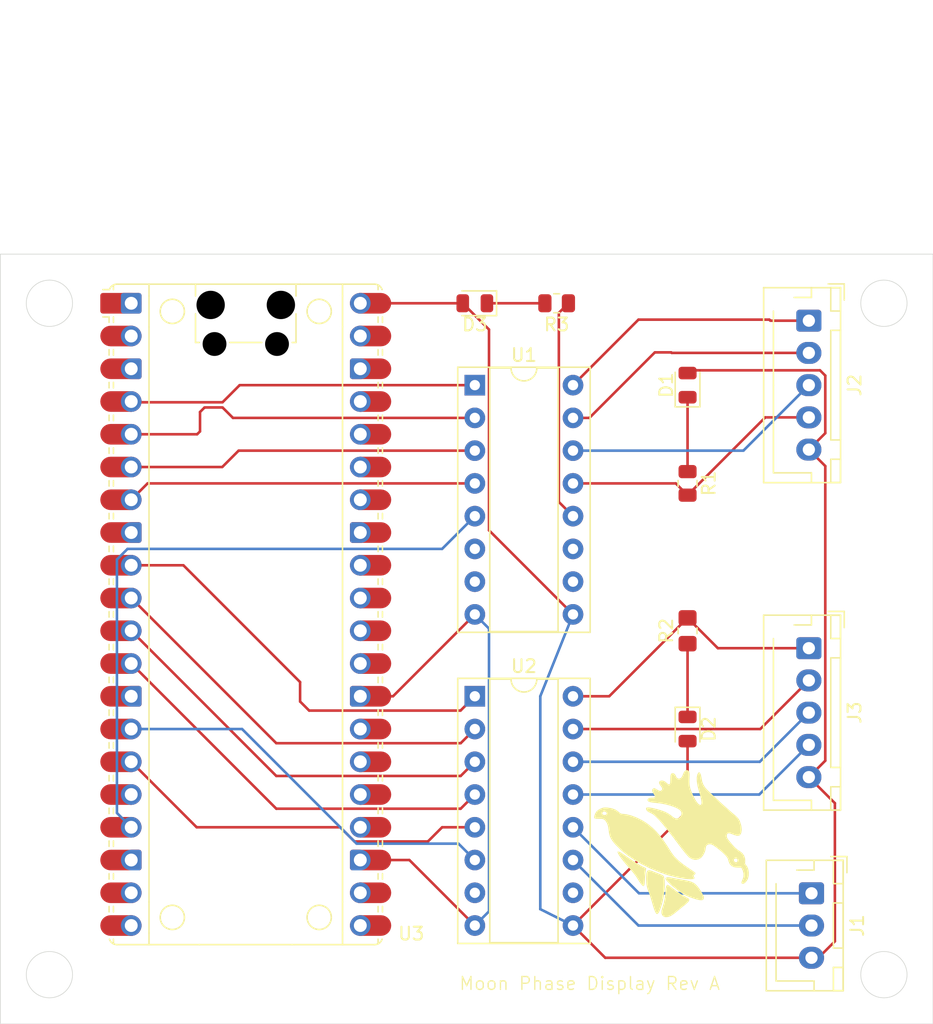
<source format=kicad_pcb>
(kicad_pcb (version 20240108) (generator "pcbnew") (generator_version "8.0")
  (layers (0 "F.Cu" signal) (31 "B.Cu" signal) (34 "B.Paste" user) (35 "F.Paste" user) (36 "B.SilkS" user "B.Silkscreen") (37 "F.SilkS" user "F.Silkscreen") (38 "B.Mask" user) (39 "F.Mask" user) (44 "Edge.Cuts" user))
  (net 0 "")
  (net 1 "PV_IN_1")
  (net 2 "LS_IN_4")
  (net 3 "LS_IN_2")
  (net 4 "GND")
  (net 5 "LS_IN_1")
  (net 6 "PV_IN_4")
  (net 7 "PV_IN_2")
  (net 8 "+5V")
  (net 9 "PV_IN_3")
  (net 10 "LS_IN_3")
  (net 11 "Net-(D1-K)")
  (net 12 "Net-(D2-K)")
  (net 13 "IL_OUT_1")
  (net 14 "IL_OUT_2")
  (net 15 "PV_OUT_4")
  (net 16 "PV_OUT_1")
  (net 17 "PV_OUT_3")
  (net 18 "PV_OUT_2")
  (net 19 "LS_OUT_1")
  (net 20 "LS_OUT_4")
  (net 21 "LS_OUT_2")
  (net 22 "LS_OUT_3")
  (net 25 "LED_IN")
  (net 28 "LED_OUT")
  (net 29 "IL_IN_2")
  (net 32 "IL_IN_1")
  (net 54 "Net-(D3-K)")
  (footprint "Connector_JST:JST_XH_B5B-XH-AM_1x05_P2.50mm_Vertical" (layer "F.Cu") (at 177.055 90.25 -90)
    (property "Reference" "J3" (at 5 -3.55 90) (layer "F.SilkS"))
    (property "Value" "Conn_LS")
    (pad "" np_thru_hole circle (at -1.6 2 270) (size 1.2 1.2) (drill 1.2) (layers "*.Cu" "*.Mask"))
    (pad "1" thru_hole roundrect (at 0 0 270) (size 1.7 1.95) (drill 0.95) (layers "*.Cu" "*.Mask") (roundrect_rratio 0.147059) (net 19 "LS_OUT_1"))
    (pad "2" thru_hole oval (at 2.5 0 270) (size 1.7 1.95) (drill 0.95) (layers "*.Cu" "*.Mask") (net 21 "LS_OUT_2"))
    (pad "3" thru_hole oval (at 5 0 270) (size 1.7 1.95) (drill 0.95) (layers "*.Cu" "*.Mask") (net 22 "LS_OUT_3"))
    (pad "4" thru_hole oval (at 7.5 0 270) (size 1.7 1.95) (drill 0.95) (layers "*.Cu" "*.Mask") (net 20 "LS_OUT_4"))
    (pad "5" thru_hole oval (at 10 0 270) (size 1.7 1.95) (drill 0.95) (layers "*.Cu" "*.Mask") (net 8 "+5V"))
  )
  (footprint "Module_RaspberryPi_Pico:RaspberryPi_Pico_Common" (layer "F.Cu") (at 133.35 87.63)
    (property "Reference" "U3" (at 11.7475 24.765 0) (layer "F.SilkS") (effects (justify left)))
    (property "Value" "RaspberryPi_Pico_W")
    (pad "" np_thru_hole circle (at -2.725 -24) (size 2.2 2.2) (drill 2.2) (layers "*.Mask"))
    (pad "" np_thru_hole circle (at -2.425 -20.97) (size 1.85 1.85) (drill 1.85) (layers "*.Mask"))
    (pad "" np_thru_hole circle (at 2.425 -20.97) (size 1.85 1.85) (drill 1.85) (layers "*.Mask"))
    (pad "" np_thru_hole circle (at 2.725 -24) (size 2.2 2.2) (drill 2.2) (layers "*.Mask"))
    (pad "1" thru_hole roundrect (at -8.89 -24.13) (size 1.6 1.6) (drill 1) (layers "*.Mask" "F.Cu" "In1.Cu" "B.Cu") (roundrect_rratio 0.125))
    (pad "1" smd custom (at -8.89 -24.13) (size 1.6 1.6) (layers "F.Cu" "F.Mask") (options (clearance outline) (anchor circle)) (primitives (gr_poly (pts (xy -2.4 0.6) (xy -2.4 -0.6) (xy -2.2 -0.8) (xy 0 -0.8) (xy 0 0.8) (xy -2.2 0.8)) (width 0) (fill yes)) (gr_circle (center -2.2 0.6) (end -2 0.6) (width 0) (fill yes)) (gr_circle (center -2.2 -0.6) (end -2 -0.6) (width 0) (fill yes))))
    (pad "2" thru_hole circle (at -8.89 -21.59) (size 1.6 1.6) (drill 1) (layers "*.Mask" "F.Cu" "In1.Cu" "B.Cu"))
    (pad "2" smd roundrect (at -8.89 -21.59) (size 3.2 1.6) (drill (offset -0.8 0)) (layers "F.Cu" "F.Mask") (roundrect_rratio 0.5))
    (pad "3" thru_hole custom (at -8.89 -19.05) (size 1.6 1.6) (drill 1) (layers "*.Mask" "F.Cu" "In1.Cu" "B.Cu") (net 4 "GND") (options (clearance outline) (anchor circle)) (primitives (gr_poly (pts (xy 0.8 0.6) (xy 0.8 -0.6) (xy 0.6 -0.8) (xy 0 -0.8) (xy 0 0.8) (xy 0.6 0.8)) (width 0) (fill yes)) (gr_circle (center 0.6 0.6) (end 0.8 0.6) (width 0) (fill yes)) (gr_circle (center 0.6 -0.6) (end 0.8 -0.6) (width 0) (fill yes))))
    (pad "3" smd custom (at -8.89 -19.05) (size 1.6 1.6) (layers "F.Cu" "F.Mask") (net 4 "GND") (options (clearance outline) (anchor circle)) (primitives (gr_poly (pts (xy 0.8 -0.6) (xy 0.8 0.6) (xy 0.6 0.8) (xy -1.6 0.8) (xy -1.6 -0.8) (xy 0.6 -0.8)) (width 0) (fill yes)) (gr_circle (center 0.6 0.6) (end 0.8 0.6) (width 0) (fill yes)) (gr_circle (center 0.6 -0.6) (end 0.8 -0.6) (width 0) (fill yes)) (gr_circle (center -1.6 0) (end -0.8 0) (width 0) (fill yes))))
    (pad "4" thru_hole circle (at -8.89 -16.51) (size 1.6 1.6) (drill 1) (layers "*.Mask" "F.Cu" "In1.Cu" "B.Cu") (net 1 "PV_IN_1"))
    (pad "4" smd roundrect (at -8.89 -16.51) (size 3.2 1.6) (drill (offset -0.8 0)) (layers "F.Cu" "F.Mask") (roundrect_rratio 0.5) (net 1 "PV_IN_1"))
    (pad "5" thru_hole circle (at -8.89 -13.97) (size 1.6 1.6) (drill 1) (layers "*.Mask" "F.Cu" "In1.Cu" "B.Cu") (net 7 "PV_IN_2"))
    (pad "5" smd roundrect (at -8.89 -13.97) (size 3.2 1.6) (drill (offset -0.8 0)) (layers "F.Cu" "F.Mask") (roundrect_rratio 0.5) (net 7 "PV_IN_2"))
    (pad "6" thru_hole circle (at -8.89 -11.43) (size 1.6 1.6) (drill 1) (layers "*.Mask" "F.Cu" "In1.Cu" "B.Cu") (net 9 "PV_IN_3"))
    (pad "6" smd roundrect (at -8.89 -11.43) (size 3.2 1.6) (drill (offset -0.8 0)) (layers "F.Cu" "F.Mask") (roundrect_rratio 0.5) (net 9 "PV_IN_3"))
    (pad "7" thru_hole circle (at -8.89 -8.89) (size 1.6 1.6) (drill 1) (layers "*.Mask" "F.Cu" "In1.Cu" "B.Cu") (net 6 "PV_IN_4"))
    (pad "7" smd roundrect (at -8.89 -8.89) (size 3.2 1.6) (drill (offset -0.8 0)) (layers "F.Cu" "F.Mask") (roundrect_rratio 0.5) (net 6 "PV_IN_4"))
    (pad "8" thru_hole custom (at -8.89 -6.35) (size 1.6 1.6) (drill 1) (layers "*.Mask" "F.Cu" "In1.Cu" "B.Cu") (net 4 "GND") (options (clearance outline) (anchor circle)) (primitives (gr_poly (pts (xy 0.8 0.6) (xy 0.8 -0.6) (xy 0.6 -0.8) (xy 0 -0.8) (xy 0 0.8) (xy 0.6 0.8)) (width 0) (fill yes)) (gr_circle (center 0.6 0.6) (end 0.8 0.6) (width 0) (fill yes)) (gr_circle (center 0.6 -0.6) (end 0.8 -0.6) (width 0) (fill yes))))
    (pad "8" smd custom (at -8.89 -6.35) (size 1.6 1.6) (layers "F.Cu" "F.Mask") (net 4 "GND") (options (clearance outline) (anchor circle)) (primitives (gr_poly (pts (xy 0.8 -0.6) (xy 0.8 0.6) (xy 0.6 0.8) (xy -1.6 0.8) (xy -1.6 -0.8) (xy 0.6 -0.8)) (width 0) (fill yes)) (gr_circle (center 0.6 0.6) (end 0.8 0.6) (width 0) (fill yes)) (gr_circle (center 0.6 -0.6) (end 0.8 -0.6) (width 0) (fill yes)) (gr_circle (center -1.6 0) (end -0.8 0) (width 0) (fill yes))))
    (pad "9" thru_hole circle (at -8.89 -3.81) (size 1.6 1.6) (drill 1) (layers "*.Mask" "F.Cu" "In1.Cu" "B.Cu") (net 5 "LS_IN_1"))
    (pad "9" smd roundrect (at -8.89 -3.81) (size 3.2 1.6) (drill (offset -0.8 0)) (layers "F.Cu" "F.Mask") (roundrect_rratio 0.5) (net 5 "LS_IN_1"))
    (pad "10" thru_hole circle (at -8.89 -1.27) (size 1.6 1.6) (drill 1) (layers "*.Mask" "F.Cu" "In1.Cu" "B.Cu") (net 3 "LS_IN_2"))
    (pad "10" smd roundrect (at -8.89 -1.27) (size 3.2 1.6) (drill (offset -0.8 0)) (layers "F.Cu" "F.Mask") (roundrect_rratio 0.5) (net 3 "LS_IN_2"))
    (pad "11" thru_hole circle (at -8.89 1.27) (size 1.6 1.6) (drill 1) (layers "*.Mask" "F.Cu" "In1.Cu" "B.Cu") (net 10 "LS_IN_3"))
    (pad "11" smd roundrect (at -8.89 1.27) (size 3.2 1.6) (drill (offset -0.8 0)) (layers "F.Cu" "F.Mask") (roundrect_rratio 0.5) (net 10 "LS_IN_3"))
    (pad "12" thru_hole circle (at -8.89 3.81) (size 1.6 1.6) (drill 1) (layers "*.Mask" "F.Cu" "In1.Cu" "B.Cu") (net 2 "LS_IN_4"))
    (pad "12" smd roundrect (at -8.89 3.81) (size 3.2 1.6) (drill (offset -0.8 0)) (layers "F.Cu" "F.Mask") (roundrect_rratio 0.5) (net 2 "LS_IN_4"))
    (pad "13" thru_hole custom (at -8.89 6.35) (size 1.6 1.6) (drill 1) (layers "*.Mask" "F.Cu" "In1.Cu" "B.Cu") (net 4 "GND") (options (clearance outline) (anchor circle)) (primitives (gr_poly (pts (xy 0.8 0.6) (xy 0.8 -0.6) (xy 0.6 -0.8) (xy 0 -0.8) (xy 0 0.8) (xy 0.6 0.8)) (width 0) (fill yes)) (gr_circle (center 0.6 0.6) (end 0.8 0.6) (width 0) (fill yes)) (gr_circle (center 0.6 -0.6) (end 0.8 -0.6) (width 0) (fill yes))))
    (pad "13" smd custom (at -8.89 6.35) (size 1.6 1.6) (layers "F.Cu" "F.Mask") (net 4 "GND") (options (clearance outline) (anchor circle)) (primitives (gr_poly (pts (xy 0.8 -0.6) (xy 0.8 0.6) (xy 0.6 0.8) (xy -1.6 0.8) (xy -1.6 -0.8) (xy 0.6 -0.8)) (width 0) (fill yes)) (gr_circle (center 0.6 0.6) (end 0.8 0.6) (width 0) (fill yes)) (gr_circle (center 0.6 -0.6) (end 0.8 -0.6) (width 0) (fill yes)) (gr_circle (center -1.6 0) (end -0.8 0) (width 0) (fill yes))))
    (pad "14" thru_hole circle (at -8.89 8.89) (size 1.6 1.6) (drill 1) (layers "*.Mask" "F.Cu" "In1.Cu" "B.Cu") (net 29 "IL_IN_2"))
    (pad "14" smd roundrect (at -8.89 8.89) (size 3.2 1.6) (drill (offset -0.8 0)) (layers "F.Cu" "F.Mask") (roundrect_rratio 0.5) (net 29 "IL_IN_2"))
    (pad "15" thru_hole circle (at -8.89 11.43) (size 1.6 1.6) (drill 1) (layers "*.Mask" "F.Cu" "In1.Cu" "B.Cu") (net 32 "IL_IN_1"))
    (pad "15" smd roundrect (at -8.89 11.43) (size 3.2 1.6) (drill (offset -0.8 0)) (layers "F.Cu" "F.Mask") (roundrect_rratio 0.5) (net 32 "IL_IN_1"))
    (pad "16" thru_hole circle (at -8.89 13.97) (size 1.6 1.6) (drill 1) (layers "*.Mask" "F.Cu" "In1.Cu" "B.Cu"))
    (pad "16" smd roundrect (at -8.89 13.97) (size 3.2 1.6) (drill (offset -0.8 0)) (layers "F.Cu" "F.Mask") (roundrect_rratio 0.5))
    (pad "17" thru_hole circle (at -8.89 16.51) (size 1.6 1.6) (drill 1) (layers "*.Mask" "F.Cu" "In1.Cu" "B.Cu") (net 25 "LED_IN"))
    (pad "17" smd roundrect (at -8.89 16.51) (size 3.2 1.6) (drill (offset -0.8 0)) (layers "F.Cu" "F.Mask") (roundrect_rratio 0.5) (net 25 "LED_IN"))
    (pad "18" thru_hole custom (at -8.89 19.05) (size 1.6 1.6) (drill 1) (layers "*.Mask" "F.Cu" "In1.Cu" "B.Cu") (net 4 "GND") (options (clearance outline) (anchor circle)) (primitives (gr_poly (pts (xy 0.8 0.6) (xy 0.8 -0.6) (xy 0.6 -0.8) (xy 0 -0.8) (xy 0 0.8) (xy 0.6 0.8)) (width 0) (fill yes)) (gr_circle (center 0.6 0.6) (end 0.8 0.6) (width 0) (fill yes)) (gr_circle (center 0.6 -0.6) (end 0.8 -0.6) (width 0) (fill yes))))
    (pad "18" smd custom (at -8.89 19.05) (size 1.6 1.6) (layers "F.Cu" "F.Mask") (net 4 "GND") (options (clearance outline) (anchor circle)) (primitives (gr_poly (pts (xy 0.8 -0.6) (xy 0.8 0.6) (xy 0.6 0.8) (xy -1.6 0.8) (xy -1.6 -0.8) (xy 0.6 -0.8)) (width 0) (fill yes)) (gr_circle (center 0.6 0.6) (end 0.8 0.6) (width 0) (fill yes)) (gr_circle (center 0.6 -0.6) (end 0.8 -0.6) (width 0) (fill yes)) (gr_circle (center -1.6 0) (end -0.8 0) (width 0) (fill yes))))
    (pad "19" thru_hole circle (at -8.89 21.59) (size 1.6 1.6) (drill 1) (layers "*.Mask" "F.Cu" "In1.Cu" "B.Cu"))
    (pad "19" smd roundrect (at -8.89 21.59) (size 3.2 1.6) (drill (offset -0.8 0)) (layers "F.Cu" "F.Mask") (roundrect_rratio 0.5))
    (pad "20" thru_hole circle (at -8.89 24.13) (size 1.6 1.6) (drill 1) (layers "*.Mask" "F.Cu" "In1.Cu" "B.Cu"))
    (pad "20" smd roundrect (at -8.89 24.13) (size 3.2 1.6) (drill (offset -0.8 0)) (layers "F.Cu" "F.Mask") (roundrect_rratio 0.5))
    (pad "21" thru_hole circle (at 8.89 24.13) (size 1.6 1.6) (drill 1) (layers "*.Mask" "F.Cu" "In1.Cu" "B.Cu"))
    (pad "21" smd roundrect (at 8.89 24.13) (size 3.2 1.6) (drill (offset 0.8 0)) (layers "F.Cu" "F.Mask") (roundrect_rratio 0.5))
    (pad "22" thru_hole circle (at 8.89 21.59) (size 1.6 1.6) (drill 1) (layers "*.Mask" "F.Cu" "In1.Cu" "B.Cu"))
    (pad "22" smd roundrect (at 8.89 21.59) (size 3.2 1.6) (drill (offset 0.8 0)) (layers "F.Cu" "F.Mask") (roundrect_rratio 0.5))
    (pad "23" thru_hole custom (at 8.89 19.05) (size 1.6 1.6) (drill 1) (layers "*.Mask" "F.Cu" "In1.Cu" "B.Cu") (net 4 "GND") (options (clearance outline) (anchor circle)) (primitives (gr_poly (pts (xy -0.8 0.6) (xy -0.8 -0.6) (xy -0.6 -0.8) (xy 0 -0.8) (xy 0 0.8) (xy -0.6 0.8)) (width 0) (fill yes)) (gr_circle (center -0.6 0.6) (end -0.4 0.6) (width 0) (fill yes)) (gr_circle (center -0.6 -0.6) (end -0.4 -0.6) (width 0) (fill yes))))
    (pad "23" smd custom (at 8.89 19.05) (size 1.6 1.6) (layers "F.Cu" "F.Mask") (net 4 "GND") (options (clearance outline) (anchor circle)) (primitives (gr_poly (pts (xy -0.8 -0.6) (xy -0.8 0.6) (xy -0.6 0.8) (xy 1.6 0.8) (xy 1.6 -0.8) (xy -0.6 -0.8)) (width 0) (fill yes)) (gr_circle (center -0.6 0.6) (end -0.4 0.6) (width 0) (fill yes)) (gr_circle (center -0.6 -0.6) (end -0.4 -0.6) (width 0) (fill yes)) (gr_circle (center 1.6 0) (end 2.4 0) (width 0) (fill yes))))
    (pad "24" thru_hole circle (at 8.89 16.51) (size 1.6 1.6) (drill 1) (layers "*.Mask" "F.Cu" "In1.Cu" "B.Cu"))
    (pad "24" smd roundrect (at 8.89 16.51) (size 3.2 1.6) (drill (offset 0.8 0)) (layers "F.Cu" "F.Mask") (roundrect_rratio 0.5))
    (pad "25" thru_hole circle (at 8.89 13.97) (size 1.6 1.6) (drill 1) (layers "*.Mask" "F.Cu" "In1.Cu" "B.Cu"))
    (pad "25" smd roundrect (at 8.89 13.97) (size 3.2 1.6) (drill (offset 0.8 0)) (layers "F.Cu" "F.Mask") (roundrect_rratio 0.5))
    (pad "26" thru_hole circle (at 8.89 11.43) (size 1.6 1.6) (drill 1) (layers "*.Mask" "F.Cu" "In1.Cu" "B.Cu"))
    (pad "26" smd roundrect (at 8.89 11.43) (size 3.2 1.6) (drill (offset 0.8 0)) (layers "F.Cu" "F.Mask") (roundrect_rratio 0.5))
    (pad "27" thru_hole circle (at 8.89 8.89) (size 1.6 1.6) (drill 1) (layers "*.Mask" "F.Cu" "In1.Cu" "B.Cu"))
    (pad "27" smd roundrect (at 8.89 8.89) (size 3.2 1.6) (drill (offset 0.8 0)) (layers "F.Cu" "F.Mask") (roundrect_rratio 0.5))
    (pad "28" thru_hole custom (at 8.89 6.35) (size 1.6 1.6) (drill 1) (layers "*.Mask" "F.Cu" "In1.Cu" "B.Cu") (net 4 "GND") (options (clearance outline) (anchor circle)) (primitives (gr_poly (pts (xy -0.8 0.6) (xy -0.8 -0.6) (xy -0.6 -0.8) (xy 0 -0.8) (xy 0 0.8) (xy -0.6 0.8)) (width 0) (fill yes)) (gr_circle (center -0.6 0.6) (end -0.4 0.6) (width 0) (fill yes)) (gr_circle (center -0.6 -0.6) (end -0.4 -0.6) (width 0) (fill yes))))
    (pad "28" smd custom (at 8.89 6.35) (size 1.6 1.6) (layers "F.Cu" "F.Mask") (net 4 "GND") (options (clearance outline) (anchor circle)) (primitives (gr_poly (pts (xy -0.8 -0.6) (xy -0.8 0.6) (xy -0.6 0.8) (xy 1.6 0.8) (xy 1.6 -0.8) (xy -0.6 -0.8)) (width 0) (fill yes)) (gr_circle (center -0.6 0.6) (end -0.4 0.6) (width 0) (fill yes)) (gr_circle (center -0.6 -0.6) (end -0.4 -0.6) (width 0) (fill yes)) (gr_circle (center 1.6 0) (end 2.4 0) (width 0) (fill yes))))
    (pad "29" thru_hole circle (at 8.89 3.81) (size 1.6 1.6) (drill 1) (layers "*.Mask" "F.Cu" "In1.Cu" "B.Cu"))
    (pad "29" smd roundrect (at 8.89 3.81) (size 3.2 1.6) (drill (offset 0.8 0)) (layers "F.Cu" "F.Mask") (roundrect_rratio 0.5))
    (pad "30" thru_hole circle (at 8.89 1.27) (size 1.6 1.6) (drill 1) (layers "*.Mask" "F.Cu" "In1.Cu" "B.Cu"))
    (pad "30" smd roundrect (at 8.89 1.27) (size 3.2 1.6) (drill (offset 0.8 0)) (layers "F.Cu" "F.Mask") (roundrect_rratio 0.5))
    (pad "31" thru_hole circle (at 8.89 -1.27) (size 1.6 1.6) (drill 1) (layers "*.Mask" "F.Cu" "In1.Cu" "B.Cu"))
    (pad "31" smd roundrect (at 8.89 -1.27) (size 3.2 1.6) (drill (offset 0.8 0)) (layers "F.Cu" "F.Mask") (roundrect_rratio 0.5))
    (pad "32" thru_hole circle (at 8.89 -3.81) (size 1.6 1.6) (drill 1) (layers "*.Mask" "F.Cu" "In1.Cu" "B.Cu"))
    (pad "32" smd roundrect (at 8.89 -3.81) (size 3.2 1.6) (drill (offset 0.8 0)) (layers "F.Cu" "F.Mask") (roundrect_rratio 0.5))
    (pad "33" thru_hole custom (at 8.89 -6.35) (size 1.6 1.6) (drill 1) (layers "*.Mask" "F.Cu" "In1.Cu" "B.Cu") (options (clearance outline) (anchor circle)) (primitives (gr_poly (pts (xy -0.8 0.6) (xy -0.8 -0.6) (xy -0.6 -0.8) (xy 0 -0.8) (xy 0 0.8) (xy -0.6 0.8)) (width 0) (fill yes)) (gr_circle (center -0.6 0.6) (end -0.4 0.6) (width 0) (fill yes)) (gr_circle (center -0.6 -0.6) (end -0.4 -0.6) (width 0) (fill yes))))
    (pad "33" smd custom (at 8.89 -6.35) (size 1.6 1.6) (layers "F.Cu" "F.Mask") (options (clearance outline) (anchor circle)) (primitives (gr_poly (pts (xy -0.8 -0.6) (xy -0.8 0.6) (xy -0.6 0.8) (xy 1.6 0.8) (xy 1.6 -0.8) (xy -0.6 -0.8)) (width 0) (fill yes)) (gr_circle (center -0.6 0.6) (end -0.4 0.6) (width 0) (fill yes)) (gr_circle (center -0.6 -0.6) (end -0.4 -0.6) (width 0) (fill yes)) (gr_circle (center 1.6 0) (end 2.4 0) (width 0) (fill yes))))
    (pad "34" thru_hole circle (at 8.89 -8.89) (size 1.6 1.6) (drill 1) (layers "*.Mask" "F.Cu" "In1.Cu" "B.Cu"))
    (pad "34" smd roundrect (at 8.89 -8.89) (size 3.2 1.6) (drill (offset 0.8 0)) (layers "F.Cu" "F.Mask") (roundrect_rratio 0.5))
    (pad "35" thru_hole circle (at 8.89 -11.43) (size 1.6 1.6) (drill 1) (layers "*.Mask" "F.Cu" "In1.Cu" "B.Cu"))
    (pad "35" smd roundrect (at 8.89 -11.43) (size 3.2 1.6) (drill (offset 0.8 0)) (layers "F.Cu" "F.Mask") (roundrect_rratio 0.5))
    (pad "36" thru_hole circle (at 8.89 -13.97) (size 1.6 1.6) (drill 1) (layers "*.Mask" "F.Cu" "In1.Cu" "B.Cu"))
    (pad "36" smd roundrect (at 8.89 -13.97) (size 3.2 1.6) (drill (offset 0.8 0)) (layers "F.Cu" "F.Mask") (roundrect_rratio 0.5))
    (pad "37" thru_hole circle (at 8.89 -16.51) (size 1.6 1.6) (drill 1) (layers "*.Mask" "F.Cu" "In1.Cu" "B.Cu"))
    (pad "37" smd roundrect (at 8.89 -16.51) (size 3.2 1.6) (drill (offset 0.8 0)) (layers "F.Cu" "F.Mask") (roundrect_rratio 0.5))
    (pad "38" thru_hole custom (at 8.89 -19.05) (size 1.6 1.6) (drill 1) (layers "*.Mask" "F.Cu" "In1.Cu" "B.Cu") (net 4 "GND") (options (clearance outline) (anchor circle)) (primitives (gr_poly (pts (xy -0.8 0.6) (xy -0.8 -0.6) (xy -0.6 -0.8) (xy 0 -0.8) (xy 0 0.8) (xy -0.6 0.8)) (width 0) (fill yes)) (gr_circle (center -0.6 0.6) (end -0.4 0.6) (width 0) (fill yes)) (gr_circle (center -0.6 -0.6) (end -0.4 -0.6) (width 0) (fill yes))))
    (pad "38" smd custom (at 8.89 -19.05) (size 1.6 1.6) (layers "F.Cu" "F.Mask") (net 4 "GND") (options (clearance outline) (anchor circle)) (primitives (gr_poly (pts (xy -0.8 -0.6) (xy -0.8 0.6) (xy -0.6 0.8) (xy 1.6 0.8) (xy 1.6 -0.8) (xy -0.6 -0.8)) (width 0) (fill yes)) (gr_circle (center -0.6 0.6) (end -0.4 0.6) (width 0) (fill yes)) (gr_circle (center -0.6 -0.6) (end -0.4 -0.6) (width 0) (fill yes)) (gr_circle (center 1.6 0) (end 2.4 0) (width 0) (fill yes))))
    (pad "39" thru_hole circle (at 8.89 -21.59) (size 1.6 1.6) (drill 1) (layers "*.Mask" "F.Cu" "In1.Cu" "B.Cu"))
    (pad "39" smd roundrect (at 8.89 -21.59) (size 3.2 1.6) (drill (offset 0.8 0)) (layers "F.Cu" "F.Mask") (roundrect_rratio 0.5))
    (pad "40" thru_hole circle (at 8.89 -24.13) (size 1.6 1.6) (drill 1) (layers "*.Mask" "F.Cu" "In1.Cu" "B.Cu") (net 8 "+5V"))
    (pad "40" smd roundrect (at 8.89 -24.13) (size 3.2 1.6) (drill (offset 0.8 0)) (layers "F.Cu" "F.Mask") (roundrect_rratio 0.5) (net 8 "+5V"))
  )
  (footprint "Resistor_SMD:R_0805_2012Metric_Pad1.20x1.40mm_HandSolder" (layer "F.Cu") (at 167.64 88.9 90)
    (property "Reference" "R2" (at 0 -1.65 90) (layer "F.SilkS"))
    (property "Value" "150R")
    (pad "1" smd roundrect (at -1 0 90) (size 1.2 1.4) (layers "F.Cu" "F.Paste" "F.Mask") (roundrect_rratio 0.208333) (net 12 "Net-(D2-K)"))
    (pad "2" smd roundrect (at 1 0 90) (size 1.2 1.4) (layers "F.Cu" "F.Paste" "F.Mask") (roundrect_rratio 0.208333) (net 19 "LS_OUT_1"))
  )
  (footprint "Connector_JST:JST_XH_B5B-XH-AM_1x05_P2.50mm_Vertical" (layer "F.Cu") (at 177.055 64.85 -90)
    (property "Reference" "J2" (at 5 -3.55 90) (layer "F.SilkS"))
    (property "Value" "Conn_PV")
    (pad "" np_thru_hole circle (at -1.6 2 270) (size 1.2 1.2) (drill 1.2) (layers "*.Cu" "*.Mask"))
    (pad "1" thru_hole roundrect (at 0 0 270) (size 1.7 1.95) (drill 0.95) (layers "*.Cu" "*.Mask") (roundrect_rratio 0.147059) (net 16 "PV_OUT_1"))
    (pad "2" thru_hole oval (at 2.5 0 270) (size 1.7 1.95) (drill 0.95) (layers "*.Cu" "*.Mask") (net 18 "PV_OUT_2"))
    (pad "3" thru_hole oval (at 5 0 270) (size 1.7 1.95) (drill 0.95) (layers "*.Cu" "*.Mask") (net 17 "PV_OUT_3"))
    (pad "4" thru_hole oval (at 7.5 0 270) (size 1.7 1.95) (drill 0.95) (layers "*.Cu" "*.Mask") (net 15 "PV_OUT_4"))
    (pad "5" thru_hole oval (at 10 0 270) (size 1.7 1.95) (drill 0.95) (layers "*.Cu" "*.Mask") (net 8 "+5V"))
  )
  (footprint "Package_DIP:CERDIP-16_W7.62mm_SideBrazed_Socket" (layer "F.Cu") (at 151.13 93.98)
    (property "Reference" "U2" (at 3.81 -2.33 0) (layer "F.SilkS"))
    (property "Value" "ULN2003A")
    (pad "1" thru_hole rect (at 0 0) (size 1.6 1.6) (drill 0.8) (layers "*.Cu" "*.Mask") (net 5 "LS_IN_1"))
    (pad "2" thru_hole circle (at 0 2.54) (size 1.6 1.6) (drill 0.8) (layers "*.Cu" "*.Mask") (net 3 "LS_IN_2"))
    (pad "3" thru_hole circle (at 0 5.08) (size 1.6 1.6) (drill 0.8) (layers "*.Cu" "*.Mask") (net 10 "LS_IN_3"))
    (pad "4" thru_hole circle (at 0 7.62) (size 1.6 1.6) (drill 0.8) (layers "*.Cu" "*.Mask") (net 2 "LS_IN_4"))
    (pad "5" thru_hole circle (at 0 10.16) (size 1.6 1.6) (drill 0.8) (layers "*.Cu" "*.Mask") (net 32 "IL_IN_1"))
    (pad "6" thru_hole circle (at 0 12.7) (size 1.6 1.6) (drill 0.8) (layers "*.Cu" "*.Mask") (net 29 "IL_IN_2"))
    (pad "7" thru_hole circle (at 0 15.24) (size 1.6 1.6) (drill 0.8) (layers "*.Cu" "*.Mask"))
    (pad "8" thru_hole circle (at 0 17.78) (size 1.6 1.6) (drill 0.8) (layers "*.Cu" "*.Mask") (net 4 "GND"))
    (pad "9" thru_hole circle (at 7.62 17.78) (size 1.6 1.6) (drill 0.8) (layers "*.Cu" "*.Mask") (net 8 "+5V"))
    (pad "10" thru_hole circle (at 7.62 15.24) (size 1.6 1.6) (drill 0.8) (layers "*.Cu" "*.Mask"))
    (pad "11" thru_hole circle (at 7.62 12.7) (size 1.6 1.6) (drill 0.8) (layers "*.Cu" "*.Mask") (net 14 "IL_OUT_2"))
    (pad "12" thru_hole circle (at 7.62 10.16) (size 1.6 1.6) (drill 0.8) (layers "*.Cu" "*.Mask") (net 13 "IL_OUT_1"))
    (pad "13" thru_hole circle (at 7.62 7.62) (size 1.6 1.6) (drill 0.8) (layers "*.Cu" "*.Mask") (net 20 "LS_OUT_4"))
    (pad "14" thru_hole circle (at 7.62 5.08) (size 1.6 1.6) (drill 0.8) (layers "*.Cu" "*.Mask") (net 22 "LS_OUT_3"))
    (pad "15" thru_hole circle (at 7.62 2.54) (size 1.6 1.6) (drill 0.8) (layers "*.Cu" "*.Mask") (net 21 "LS_OUT_2"))
    (pad "16" thru_hole circle (at 7.62 0) (size 1.6 1.6) (drill 0.8) (layers "*.Cu" "*.Mask") (net 19 "LS_OUT_1"))
  )
  (footprint "Package_DIP:CERDIP-16_W7.62mm_SideBrazed_Socket" (layer "F.Cu") (at 151.13 69.85)
    (property "Reference" "U1" (at 3.81 -2.33 0) (layer "F.SilkS"))
    (property "Value" "ULN2003A")
    (pad "1" thru_hole rect (at 0 0) (size 1.6 1.6) (drill 0.8) (layers "*.Cu" "*.Mask") (net 1 "PV_IN_1"))
    (pad "2" thru_hole circle (at 0 2.54) (size 1.6 1.6) (drill 0.8) (layers "*.Cu" "*.Mask") (net 7 "PV_IN_2"))
    (pad "3" thru_hole circle (at 0 5.08) (size 1.6 1.6) (drill 0.8) (layers "*.Cu" "*.Mask") (net 9 "PV_IN_3"))
    (pad "4" thru_hole circle (at 0 7.62) (size 1.6 1.6) (drill 0.8) (layers "*.Cu" "*.Mask") (net 6 "PV_IN_4"))
    (pad "5" thru_hole circle (at 0 10.16) (size 1.6 1.6) (drill 0.8) (layers "*.Cu" "*.Mask") (net 25 "LED_IN"))
    (pad "6" thru_hole circle (at 0 12.7) (size 1.6 1.6) (drill 0.8) (layers "*.Cu" "*.Mask"))
    (pad "7" thru_hole circle (at 0 15.24) (size 1.6 1.6) (drill 0.8) (layers "*.Cu" "*.Mask"))
    (pad "8" thru_hole circle (at 0 17.78) (size 1.6 1.6) (drill 0.8) (layers "*.Cu" "*.Mask") (net 4 "GND"))
    (pad "9" thru_hole circle (at 7.62 17.78) (size 1.6 1.6) (drill 0.8) (layers "*.Cu" "*.Mask") (net 8 "+5V"))
    (pad "10" thru_hole circle (at 7.62 15.24) (size 1.6 1.6) (drill 0.8) (layers "*.Cu" "*.Mask"))
    (pad "11" thru_hole circle (at 7.62 12.7) (size 1.6 1.6) (drill 0.8) (layers "*.Cu" "*.Mask"))
    (pad "12" thru_hole circle (at 7.62 10.16) (size 1.6 1.6) (drill 0.8) (layers "*.Cu" "*.Mask") (net 28 "LED_OUT"))
    (pad "13" thru_hole circle (at 7.62 7.62) (size 1.6 1.6) (drill 0.8) (layers "*.Cu" "*.Mask") (net 15 "PV_OUT_4"))
    (pad "14" thru_hole circle (at 7.62 5.08) (size 1.6 1.6) (drill 0.8) (layers "*.Cu" "*.Mask") (net 17 "PV_OUT_3"))
    (pad "15" thru_hole circle (at 7.62 2.54) (size 1.6 1.6) (drill 0.8) (layers "*.Cu" "*.Mask") (net 18 "PV_OUT_2"))
    (pad "16" thru_hole circle (at 7.62 0) (size 1.6 1.6) (drill 0.8) (layers "*.Cu" "*.Mask") (net 16 "PV_OUT_1"))
  )
  (footprint "LED_SMD:LED_0805_2012Metric" (layer "F.Cu") (at 167.64 96.52 -90)
    (property "Reference" "D2" (at 0 -1.65 90) (layer "F.SilkS"))
    (property "Value" "LED")
    (pad "1" smd roundrect (at -0.9375 0 270) (size 0.975 1.4) (layers "F.Cu" "F.Paste" "F.Mask") (net 12 "Net-(D2-K)"))
    (pad "2" smd roundrect (at 0.9375 0 270) (size 0.975 1.4) (layers "F.Cu" "F.Paste" "F.Mask") (net 8 "+5V"))
  )
  (footprint "LED_SMD:LED_0805_2012Metric" (layer "F.Cu") (at 151.13 63.5 180)
    (property "Reference" "D3" (at 0 -1.65 180) (layer "F.SilkS"))
    (property "Value" "LED")
    (pad "1" smd roundrect (at -0.9375 0 180) (size 0.975 1.4) (layers "F.Cu" "F.Paste" "F.Mask") (net 54 "Net-(D3-K)"))
    (pad "2" smd roundrect (at 0.9375 0 180) (size 0.975 1.4) (layers "F.Cu" "F.Paste" "F.Mask") (net 8 "+5V"))
  )
  (footprint "LED_SMD:LED_0805_2012Metric" (layer "F.Cu") (at 167.64 69.85 90)
    (property "Reference" "D1" (at 0 -1.65 -90) (layer "F.SilkS"))
    (property "Value" "LED")
    (pad "1" smd roundrect (at -0.9375 0 90) (size 0.975 1.4) (layers "F.Cu" "F.Paste" "F.Mask") (net 11 "Net-(D1-K)"))
    (pad "2" smd roundrect (at 0.9375 0 90) (size 0.975 1.4) (layers "F.Cu" "F.Paste" "F.Mask") (net 8 "+5V"))
  )
  (footprint "Resistor_SMD:R_0805_2012Metric" (layer "F.Cu") (at 167.64 77.47 -90)
    (property "Reference" "R1" (at 0 -1.65 -90) (layer "F.SilkS"))
    (property "Value" "150R")
    (pad "1" smd roundrect (at -0.9125 0 270) (size 1.025 1.4) (layers "F.Cu" "F.Paste" "F.Mask") (roundrect_rratio 0.243902) (net 11 "Net-(D1-K)"))
    (pad "2" smd roundrect (at 0.9125 0 270) (size 1.025 1.4) (layers "F.Cu" "F.Paste" "F.Mask") (roundrect_rratio 0.243902) (net 15 "PV_OUT_4"))
  )
  (footprint "Connector_JST:JST_XH_B3B-XH-AM_1x03_P2.50mm_Vertical" (layer "F.Cu") (at 177.26 109.26 -90)
    (property "Reference" "J1" (at 2.5 -3.55 90) (layer "F.SilkS"))
    (property "Value" "Conn_IL")
    (pad "" np_thru_hole circle (at -1.6 2 270) (size 1.2 1.2) (drill 1.2) (layers "*.Cu" "*.Mask"))
    (pad "1" thru_hole roundrect (at 0 0 270) (size 1.7 1.95) (drill 0.95) (layers "*.Cu" "*.Mask") (roundrect_rratio 0.147059) (net 13 "IL_OUT_1"))
    (pad "2" thru_hole oval (at 2.5 0 270) (size 1.7 1.95) (drill 0.95) (layers "*.Cu" "*.Mask") (net 14 "IL_OUT_2"))
    (pad "3" thru_hole oval (at 5 0 270) (size 1.7 1.95) (drill 0.95) (layers "*.Cu" "*.Mask") (net 8 "+5V"))
  )
  (footprint "LOGO" (layer "F.Cu") (at 166.37 105.41)
    (property "Reference" "G***" (hide yes))
    (property "Value" "LOGO" (hide yes))
  )
  (footprint "Resistor_SMD:R_0805_2012Metric" (layer "F.Cu") (at 157.48 63.5 180)
    (property "Reference" "R3" (at 0 -1.65 180) (layer "F.SilkS"))
    (property "Value" "150R")
    (pad "1" smd roundrect (at -0.9125 0 180) (size 1.025 1.4) (layers "F.Cu" "F.Paste" "F.Mask") (roundrect_rratio 0.243902) (net 28 "LED_OUT"))
    (pad "2" smd roundrect (at 0.9125 0 180) (size 1.025 1.4) (layers "F.Cu" "F.Paste" "F.Mask") (roundrect_rratio 0.243902) (net 54 "Net-(D3-K)"))
  )
  (gr_line (start 156.21 110.49) (end 158.75 111.76) (stroke (width 0.2)) (layer "B.Cu") (net 8))
  (gr_line (start 156.21 93.98) (end 156.21 110.49) (stroke (width 0.2)) (layer "B.Cu") (net 8))
  (gr_line (start 158.75 87.63) (end 156.21 93.98) (stroke (width 0.2)) (layer "B.Cu") (net 8))
  (gr_circle (center 182.88 115.57) (end 184.15 116.84) (stroke (width 0.05)) (fill none) (layer "Edge.Cuts"))
  (gr_circle (center 118.11 115.57) (end 119.38 116.84) (stroke (width 0.05)) (fill none) (layer "Edge.Cuts"))
  (gr_rect (start 114.3 59.69) (end 186.69 119.38) (stroke (width 0.05)) (fill none) (layer "Edge.Cuts"))
  (gr_circle (center 182.88 63.5) (end 184.15 64.77) (stroke (width 0.05)) (fill none) (layer "Edge.Cuts"))
  (gr_circle (center 118.11 63.5) (end 119.38 64.77) (stroke (width 0.05)) (fill none) (layer "Edge.Cuts"))
  (gr_text "Moon Phase Display Rev A" (at 149.86 116.84 0) (layer "F.SilkS") (effects (font (size 1 1) (thickness 0.1)) (justify left bottom)))
  (segment (start 151.13 69.85) (end 132.875505 69.85) (width 0.2) (layer "F.Cu") (net 1))
  (segment (start 131.545505 71.18) (end 124.52 71.18) (width 0.2) (layer "F.Cu") (net 1))
  (segment (start 124.52 71.18) (end 124.46 71.12) (width 0.2) (layer "F.Cu") (net 1))
  (segment (start 132.875505 69.85) (end 131.545505 71.18) (width 0.2) (layer "F.Cu") (net 1))
  (segment (start 150.03 102.7) (end 135.72 102.7) (width 0.2) (layer "F.Cu") (net 2))
  (segment (start 135.72 102.7) (end 124.46 91.44) (width 0.2) (layer "F.Cu") (net 2))
  (segment (start 151.13 101.6) (end 150.03 102.7) (width 0.2) (layer "F.Cu") (net 2))
  (segment (start 151.13 96.52) (end 150.03 97.62) (width 0.2) (layer "F.Cu") (net 3))
  (segment (start 135.72 97.62) (end 124.46 86.36) (width 0.2) (layer "F.Cu") (net 3))
  (segment (start 150.03 97.62) (end 135.72 97.62) (width 0.2) (layer "F.Cu") (net 3))
  (segment (start 151.13 87.63) (end 144.78 93.98) (width 0.2) (layer "F.Cu") (net 4))
  (segment (start 151.13 111.76) (end 146.05 106.68) (width 0.2) (layer "F.Cu") (net 4))
  (segment (start 146.05 106.68) (end 142.24 106.68) (width 0.2) (layer "F.Cu") (net 4))
  (segment (start 144.78 93.98) (end 142.24 93.98) (width 0.2) (layer "F.Cu") (net 4))
  (segment (start 152.23 88.73) (end 152.23 110.66) (width 0.2) (layer "B.Cu") (net 4))
  (segment (start 152.23 110.66) (end 151.13 111.76) (width 0.2) (layer "B.Cu") (net 4))
  (segment (start 151.13 87.63) (end 152.23 88.73) (width 0.2) (layer "B.Cu") (net 4))
  (segment (start 138.27003 95.090031) (end 137.565891 94.385892) (width 0.2) (layer "F.Cu") (net 5))
  (segment (start 137.565891 92.877226) (end 128.508665 83.82) (width 0.2) (layer "F.Cu") (net 5))
  (segment (start 128.508665 83.82) (end 124.46 83.82) (width 0.2) (layer "F.Cu") (net 5))
  (segment (start 137.565891 94.385892) (end 137.565891 92.877226) (width 0.2) (layer "F.Cu") (net 5))
  (segment (start 150.019969 95.090031) (end 138.27003 95.090031) (width 0.2) (layer "F.Cu") (net 5))
  (segment (start 151.13 93.98) (end 150.019969 95.090031) (width 0.2) (layer "F.Cu") (net 5))
  (segment (start 125.73 77.47) (end 124.46 78.74) (width 0.2) (layer "F.Cu") (net 6))
  (segment (start 151.13 77.47) (end 125.73 77.47) (width 0.2) (layer "F.Cu") (net 6))
  (segment (start 130.154496 71.58) (end 129.8 71.934496) (width 0.2) (layer "F.Cu") (net 7))
  (segment (start 132.355504 72.39) (end 131.545504 71.58) (width 0.2) (layer "F.Cu") (net 7))
  (segment (start 129.8 71.934496) (end 129.8 73.435722) (width 0.2) (layer "F.Cu") (net 7))
  (segment (start 129.8 73.435722) (end 129.575722 73.66) (width 0.2) (layer "F.Cu") (net 7))
  (segment (start 129.575722 73.66) (end 124.46 73.66) (width 0.2) (layer "F.Cu") (net 7))
  (segment (start 151.13 72.39) (end 132.355504 72.39) (width 0.2) (layer "F.Cu") (net 7))
  (segment (start 131.545504 71.58) (end 130.154496 71.58) (width 0.2) (layer "F.Cu") (net 7))
  (segment (start 178.33 76.125) (end 178.33 98.975) (width 0.2) (layer "F.Cu") (net 8))
  (segment (start 178.33 69.11) (end 178.33 73.575) (width 0.2) (layer "F.Cu") (net 8))
  (segment (start 179.075 102.27) (end 179.075 112.985) (width 0.2) (layer "F.Cu") (net 8))
  (segment (start 167.8525 68.7) (end 177.92 68.7) (width 0.2) (layer "F.Cu") (net 8))
  (segment (start 161.25 114.26) (end 158.75 111.76) (width 0.2) (layer "F.Cu") (net 8))
  (segment (start 142.24 63.5) (end 150.1925 63.5) (width 0.2) (layer "F.Cu") (net 8))
  (segment (start 177.92 68.7) (end 178.33 69.11) (width 0.2) (layer "F.Cu") (net 8))
  (segment (start 152.23 81.11) (end 152.23 65.5375) (width 0.2) (layer "F.Cu") (net 8))
  (segment (start 167.64 68.9125) (end 167.8525 68.7) (width 0.2) (layer "F.Cu") (net 8))
  (segment (start 179.075 112.985) (end 177.8 114.26) (width 0.2) (layer "F.Cu") (net 8))
  (segment (start 177.055 100.25) (end 179.075 102.27) (width 0.2) (layer "F.Cu") (net 8))
  (segment (start 178.33 73.575) (end 177.055 74.85) (width 0.2) (layer "F.Cu") (net 8))
  (segment (start 177.8 114.26) (end 161.25 114.26) (width 0.2) (layer "F.Cu") (net 8))
  (segment (start 177.055 74.85) (end 178.33 76.125) (width 0.2) (layer "F.Cu") (net 8))
  (segment (start 158.75 87.63) (end 152.23 81.11) (width 0.2) (layer "F.Cu") (net 8))
  (segment (start 152.23 65.5375) (end 150.1925 63.5) (width 0.2) (layer "F.Cu") (net 8))
  (segment (start 167.64 102.87) (end 167.64 97.4575) (width 0.2) (layer "F.Cu") (net 8))
  (segment (start 158.75 111.76) (end 167.64 102.87) (width 0.2) (layer "F.Cu") (net 8))
  (segment (start 178.33 98.975) (end 177.055 100.25) (width 0.2) (layer "F.Cu") (net 8))
  (segment (start 132.795505 74.93) (end 131.525505 76.2) (width 0.2) (layer "F.Cu") (net 9))
  (segment (start 131.525505 76.2) (end 124.46 76.2) (width 0.2) (layer "F.Cu") (net 9))
  (segment (start 151.13 74.93) (end 132.795505 74.93) (width 0.2) (layer "F.Cu") (net 9))
  (segment (start 135.72 100.16) (end 124.46 88.9) (width 0.2) (layer "F.Cu") (net 10))
  (segment (start 151.13 99.06) (end 150.03 100.16) (width 0.2) (layer "F.Cu") (net 10))
  (segment (start 150.03 100.16) (end 135.72 100.16) (width 0.2) (layer "F.Cu") (net 10))
  (segment (start 167.64 76.5575) (end 167.64 70.7875) (width 0.2) (layer "F.Cu") (net 11))
  (segment (start 167.64 89.9) (end 167.64 95.5825) (width 0.2) (layer "F.Cu") (net 12))
  (segment (start 158.75 104.14) (end 163.87 109.26) (width 0.2) (layer "B.Cu") (net 13))
  (segment (start 163.87 109.26) (end 177.8 109.26) (width 0.2) (layer "B.Cu") (net 13))
  (segment (start 158.75 106.68) (end 163.83 111.76) (width 0.2) (layer "B.Cu") (net 14))
  (segment (start 163.83 111.76) (end 177.8 111.76) (width 0.2) (layer "B.Cu") (net 14))
  (segment (start 166.7275 77.47) (end 167.64 78.3825) (width 0.2) (layer "F.Cu") (net 15))
  (segment (start 158.75 77.47) (end 166.7275 77.47) (width 0.2) (layer "F.Cu") (net 15))
  (segment (start 173.6725 72.35) (end 167.64 78.3825) (width 0.2) (layer "F.Cu") (net 15))
  (segment (start 177.055 72.35) (end 173.6725 72.35) (width 0.2) (layer "F.Cu") (net 15))
  (segment (start 158.75 69.85) (end 163.83 64.77) (width 0.2) (layer "F.Cu") (net 16))
  (segment (start 173.99 64.77) (end 174.07 64.85) (width 0.2) (layer "F.Cu") (net 16))
  (segment (start 163.83 64.77) (end 173.99 64.77) (width 0.2) (layer "F.Cu") (net 16))
  (segment (start 174.07 64.85) (end 177.055 64.85) (width 0.2) (layer "F.Cu") (net 16))
  (segment (start 171.975 74.93) (end 177.055 69.85) (width 0.2) (layer "B.Cu") (net 17))
  (segment (start 158.75 74.93) (end 171.975 74.93) (width 0.2) (layer "B.Cu") (net 17))
  (segment (start 165.1 67.31) (end 166.37 67.31) (width 0.2) (layer "F.Cu") (net 18))
  (segment (start 166.41 67.35) (end 177.055 67.35) (width 0.2) (layer "F.Cu") (net 18))
  (segment (start 158.75 72.39) (end 160.02 72.39) (width 0.2) (layer "F.Cu") (net 18))
  (segment (start 166.37 67.31) (end 166.41 67.35) (width 0.2) (layer "F.Cu") (net 18))
  (segment (start 160.02 72.39) (end 165.1 67.31) (width 0.2) (layer "F.Cu") (net 18))
  (segment (start 158.75 93.98) (end 161.56 93.98) (width 0.2) (layer "F.Cu") (net 19))
  (segment (start 169.99 90.25) (end 177.055 90.25) (width 0.2) (layer "F.Cu") (net 19))
  (segment (start 161.56 93.98) (end 167.64 87.9) (width 0.2) (layer "F.Cu") (net 19))
  (segment (start 167.64 87.9) (end 169.99 90.25) (width 0.2) (layer "F.Cu") (net 19))
  (segment (start 173.205 101.6) (end 177.055 97.75) (width 0.2) (layer "B.Cu") (net 20))
  (segment (start 158.75 101.6) (end 173.205 101.6) (width 0.2) (layer "B.Cu") (net 20))
  (segment (start 158.75 96.52) (end 173.285 96.52) (width 0.2) (layer "F.Cu") (net 21))
  (segment (start 173.285 96.52) (end 177.055 92.75) (width 0.2) (layer "F.Cu") (net 21))
  (segment (start 173.245 99.06) (end 177.055 95.25) (width 0.2) (layer "B.Cu") (net 22))
  (segment (start 158.75 99.06) (end 173.245 99.06) (width 0.2) (layer "B.Cu") (net 22))
  (segment (start 123.349969 83.374396) (end 124.174365 82.55) (width 0.2) (layer "B.Cu") (net 25))
  (segment (start 124.46 104.14) (end 123.349969 103.029969) (width 0.2) (layer "B.Cu") (net 25))
  (segment (start 123.349969 103.029969) (end 123.349969 83.374396) (width 0.2) (layer "B.Cu") (net 25))
  (segment (start 148.59 82.55) (end 151.13 80.01) (width 0.2) (layer "B.Cu") (net 25))
  (segment (start 124.174365 82.55) (end 148.59 82.55) (width 0.2) (layer "B.Cu") (net 25))
  (segment (start 157.65 64.2425) (end 157.65 78.91) (width 0.2) (layer "F.Cu") (net 28))
  (segment (start 157.65 78.91) (end 158.75 80.01) (width 0.2) (layer "F.Cu") (net 28))
  (segment (start 158.3925 63.5) (end 157.65 64.2425) (width 0.2) (layer "F.Cu") (net 28))
  (segment (start 149.86 105.41) (end 151.13 106.68) (width 0.2) (layer "B.Cu") (net 29))
  (segment (start 124.46 96.52) (end 133.064365 96.52) (width 0.2) (layer "B.Cu") (net 29))
  (segment (start 141.954365 105.41) (end 149.86 105.41) (width 0.2) (layer "B.Cu") (net 29))
  (segment (start 133.064365 96.52) (end 141.954365 105.41) (width 0.2) (layer "B.Cu") (net 29))
  (segment (start 147.49 105.24) (end 141.784364 105.24) (width 0.2) (layer "F.Cu") (net 32))
  (segment (start 141.784364 105.24) (end 140.684364 104.14) (width 0.2) (layer "F.Cu") (net 32))
  (segment (start 151.13 104.14) (end 148.59 104.14) (width 0.2) (layer "F.Cu") (net 32))
  (segment (start 129.54 104.14) (end 124.46 99.06) (width 0.2) (layer "F.Cu") (net 32))
  (segment (start 140.684364 104.14) (end 129.54 104.14) (width 0.2) (layer "F.Cu") (net 32))
  (segment (start 148.59 104.14) (end 147.49 105.24) (width 0.2) (layer "F.Cu") (net 32))
  (segment (start 152.0675 63.5) (end 156.5675 63.5) (width 0.2) (layer "F.Cu") (net 54))
)
</source>
